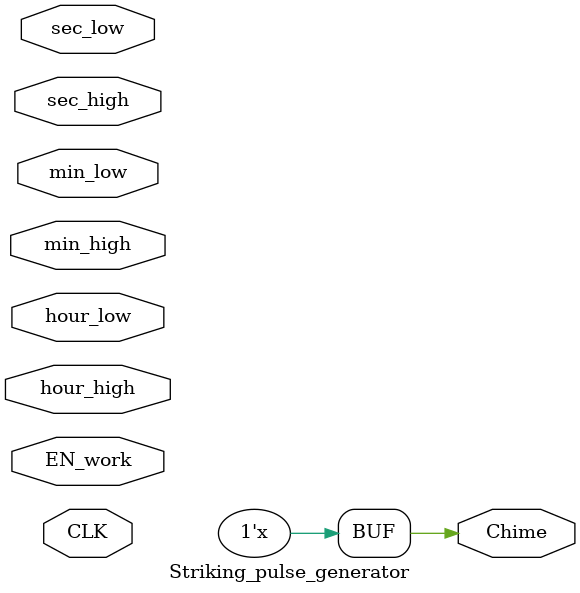
<source format=v>
module Striking_pulse_generator (
    input wire CLK,
    input wire EN_work,
    input wire [3:0] sec_low,
    input wire [3:0] sec_high,
    input wire [3:0] min_low,
    input wire [3:0] min_high,
    input wire [3:0] hour_low,
    input wire [3:0] hour_high,
    output reg Chime
);

reg isChime;

// always @(posedge CLK or negedge EN_work) begin
always @(CLK) begin
    if (EN_work == 1'b0) begin
		// if(hour_low != 4'b0000 || hour_high != 4'b0000) begin // hour != 00 01 10 11
			if ((sec_low < 4'b0011 && sec_high == 4'b0000) && min_low == 4'b0000 && min_high == 4'b0000) begin
				// Èç¹ûÃëµÄµÍÎ»Ð¡ÓÚ 3£¬ÃëµÄ¸ßÎ»Îª 0£¬ÇÒ·ÖÖÓµÄµÍÎ»ºÍ¸ßÎ»¶¼Îª 0
				isChime <= 1'b1;  // ÉèÖÃisChime Îª 1
			end else begin
				isChime <= 1'b0;  // Èç¹û²»Âú×ãÉÏÊöÌõ¼þ£¬ÉèÖÃ isChime Îª 0
			end
		//end else begin
		//	isChime <= 1'b0;
		//end
    end else begin
        isChime <= 1'b0;  // Èç¹û EN_work ²»Îª 0£¬ÉèÖÃ isChime Îª 0
    end
    
    //Chime <= isChime;  // ½« isChime µÄÖµ¸³¸ø Chime Êä³ö
    Chime <= isChime;
end


endmodule
</source>
